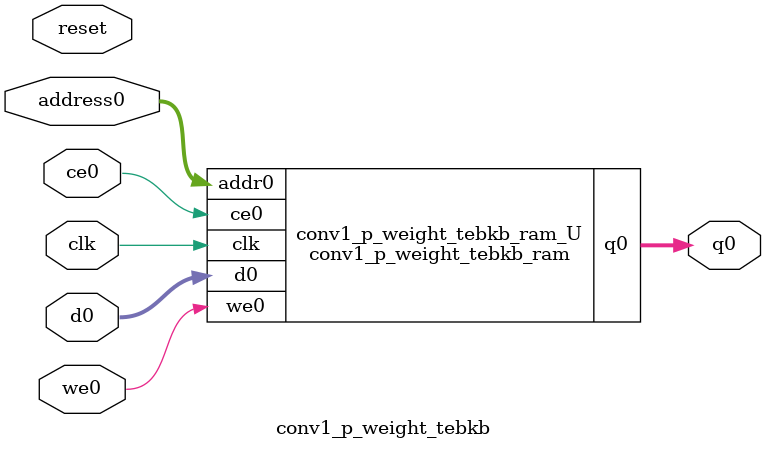
<source format=v>

`timescale 1 ns / 1 ps
module conv1_p_weight_tebkb_ram (addr0, ce0, d0, we0, q0,  clk);

parameter DWIDTH = 8;
parameter AWIDTH = 7;
parameter MEM_SIZE = 81;

input[AWIDTH-1:0] addr0;
input ce0;
input[DWIDTH-1:0] d0;
input we0;
output reg[DWIDTH-1:0] q0;
input clk;

(* ram_style = "distributed" *)reg [DWIDTH-1:0] ram[0:MEM_SIZE-1];




always @(posedge clk)  
begin 
    if (ce0) 
    begin
        if (we0) 
        begin 
            ram[addr0] <= d0; 
            q0 <= d0;
        end 
        else 
            q0 <= ram[addr0];
    end
end


endmodule


`timescale 1 ns / 1 ps
module conv1_p_weight_tebkb(
    reset,
    clk,
    address0,
    ce0,
    we0,
    d0,
    q0);

parameter DataWidth = 32'd8;
parameter AddressRange = 32'd81;
parameter AddressWidth = 32'd7;
input reset;
input clk;
input[AddressWidth - 1:0] address0;
input ce0;
input we0;
input[DataWidth - 1:0] d0;
output[DataWidth - 1:0] q0;



conv1_p_weight_tebkb_ram conv1_p_weight_tebkb_ram_U(
    .clk( clk ),
    .addr0( address0 ),
    .ce0( ce0 ),
    .d0( d0 ),
    .we0( we0 ),
    .q0( q0 ));

endmodule


</source>
